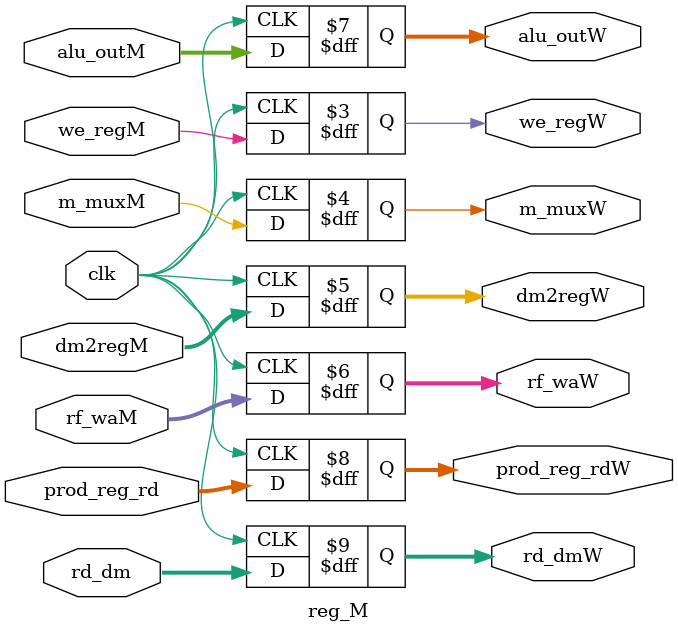
<source format=v>
`timescale 1ns / 1ps

module reg_M(
    input  wire        clk,
    input  wire [31:0] rd_dm,
    input  wire [1:0]  dm2regM,
    input  wire [4:0]  rf_waM,
    input  wire        we_regM,
    input  wire        m_muxM,//
    input  wire [31:0] alu_outM,
    input  wire [31:0] prod_reg_rd,
    
    output reg         we_regW,
    output reg         m_muxW,
    output reg  [1:0]  dm2regW,
    output reg  [4:0]  rf_waW,
    output reg  [31:0] alu_outW,
    output reg  [31:0] prod_reg_rdW,
    output reg  [31:0] rd_dmW
    );
    
    initial begin
        we_regW = 0;
        dm2regW = 0;
        rf_waW = 0;
        rd_dmW = 0;
        alu_outW = 0;
        prod_reg_rdW = 0;
        m_muxW = 0;
    end
    
    always @ (posedge clk) begin
        we_regW <= we_regM;
        dm2regW <= dm2regM;
        rf_waW <= rf_waM;
        alu_outW <= alu_outM;
        prod_reg_rdW <= prod_reg_rd;
        rd_dmW <= rd_dm;
        m_muxW <= m_muxM;
    end
    
endmodule

</source>
